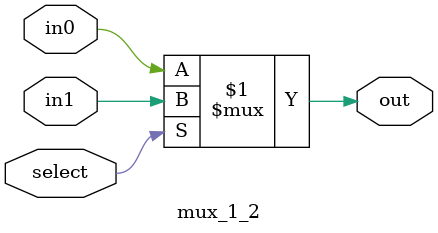
<source format=v>
module mux_1_8(select, in0, in1, in2, in3, in4, in5, in6, in7, out);
	input [2:0] select;
	input in0, in1, in2, in3, in4, in5, in6, in7;
	output out;
	wire w1, w2;
	mux_1_4 first_top(.select(select[1:0]), .in0(in0), .in1(in1), .in2(in2), .in3(in3), .out(w1));
	mux_1_4 first_bottom(.select(select[1:0]), .in0(in4), .in1(in5), .in2(in6), .in3(in7), .out(w2));
	mux_1_2 second(.select(select[2]), .in0(w1), .in1(w2), .out(out));
endmodule


module mux_1_4(select, in0, in1, in2, in3, out);
	input [1:0] select;
	input in0, in1, in2, in3;
	output out;
	wire w1, w2;
	mux_1_2 first_top(.select(select[0]), .in0(in0), .in1(in1), .out(w1));
	mux_1_2 first_bottom(.select(select[0]), .in0(in2), .in1(in3), .out(w2));
	mux_1_2 second(.select(select[1]), .in0(w1), .in1(w2), .out(out));
endmodule


module mux_1_2(select, in0, in1, out);
	input select;
	input in0, in1;
	output out;
	assign out = select ? in1 : in0;
endmodule
</source>
